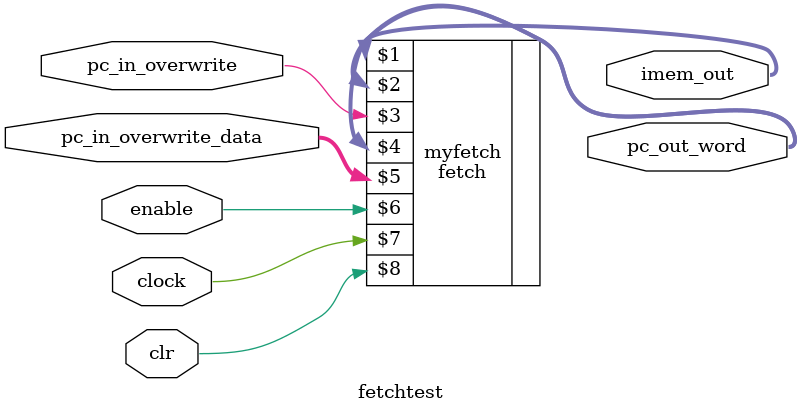
<source format=v>
module fetchtest(pc_out_word, imem_out, pc_in_overwrite, pc_in_overwrite_data, enable, clock, clr);


	input enable, clock, clr;
	
	input pc_in_overwrite;
	input [31:0] pc_in_overwrite_data;
	output [31:0] pc_out_word;
	output [31:0] imem_out;
	
	fetch myfetch(pc_out_word, imem_out, pc_in_overwrite, pc_out_word, pc_in_overwrite_data, enable, clock, clr);
	
endmodule
</source>
